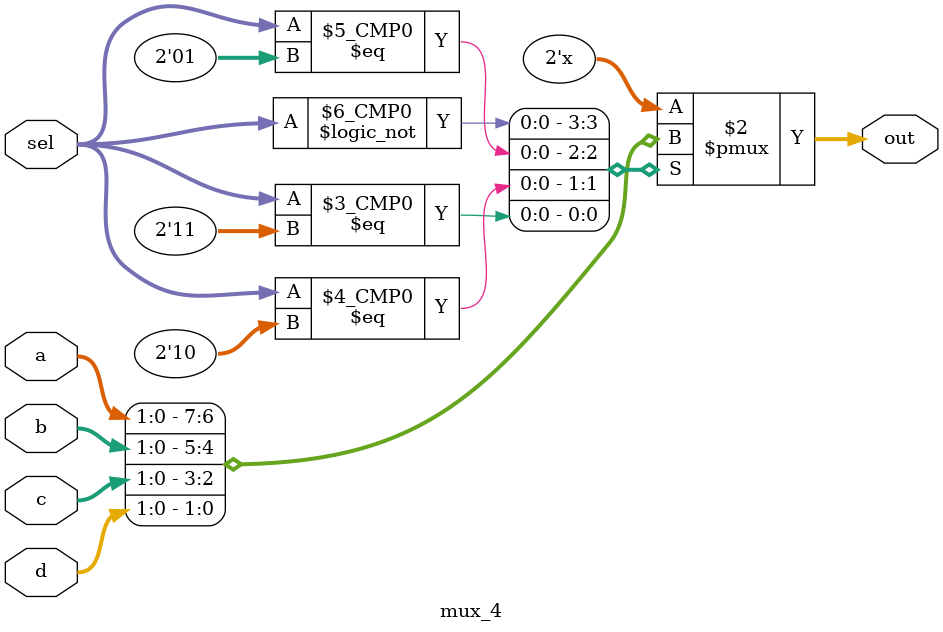
<source format=v>
module mux_4(

input       wire    [1:0]   a,
input       wire    [1:0]   b,
input       wire    [1:0]   c,
input       wire    [1:0]   d,
input       wire    [1:0]   sel,

output      reg     [1:0]   out
);
always@(a or b or c or d or sel)
begin
    case(sel)
        2'b00   :   out = a;
        2'b01   :   out = b;
        2'b10   :   out = c;
        2'b11   :   out = d;
    endcase
end

endmodule

</source>
